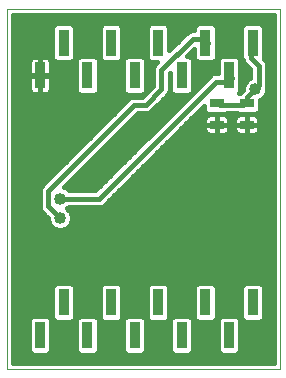
<source format=gtl>
G75*
%MOIN*%
%OFA0B0*%
%FSLAX25Y25*%
%IPPOS*%
%LPD*%
%AMOC8*
5,1,8,0,0,1.08239X$1,22.5*
%
%ADD10C,0.00000*%
%ADD11R,0.04724X0.03150*%
%ADD12R,0.03504X0.09055*%
%ADD13C,0.01600*%
%ADD14C,0.04000*%
D10*
X0128333Y0001800D02*
X0128333Y0121800D01*
X0219333Y0121800D01*
X0219333Y0001800D01*
X0128333Y0001800D01*
D11*
X0198333Y0083257D03*
X0208333Y0083257D03*
X0208333Y0090343D03*
X0198333Y0090343D03*
D12*
X0202388Y0099635D03*
X0186640Y0099635D03*
X0170892Y0099635D03*
X0155144Y0099635D03*
X0139396Y0099635D03*
X0147270Y0110580D03*
X0163018Y0110580D03*
X0178766Y0110580D03*
X0194514Y0110580D03*
X0210262Y0110580D03*
X0210262Y0023965D03*
X0194514Y0023965D03*
X0178766Y0023965D03*
X0163018Y0023965D03*
X0147270Y0023965D03*
X0139396Y0013020D03*
X0155144Y0013020D03*
X0170892Y0013020D03*
X0186640Y0013020D03*
X0202388Y0013020D03*
D13*
X0198636Y0013399D02*
X0190392Y0013399D01*
X0190392Y0014997D02*
X0198636Y0014997D01*
X0198636Y0016596D02*
X0190392Y0016596D01*
X0190392Y0018194D02*
X0191178Y0018194D01*
X0190762Y0018609D02*
X0191934Y0017438D01*
X0197095Y0017438D01*
X0198266Y0018609D01*
X0198266Y0029321D01*
X0197095Y0030493D01*
X0191934Y0030493D01*
X0190762Y0029321D01*
X0190762Y0018609D01*
X0190392Y0018376D02*
X0189221Y0019548D01*
X0184060Y0019548D01*
X0182888Y0018376D01*
X0182888Y0007664D01*
X0184060Y0006493D01*
X0189221Y0006493D01*
X0190392Y0007664D01*
X0190392Y0018376D01*
X0190762Y0019793D02*
X0182518Y0019793D01*
X0182518Y0018609D02*
X0181347Y0017438D01*
X0176186Y0017438D01*
X0175014Y0018609D01*
X0175014Y0029321D01*
X0176186Y0030493D01*
X0181347Y0030493D01*
X0182518Y0029321D01*
X0182518Y0018609D01*
X0182888Y0018194D02*
X0182103Y0018194D01*
X0182888Y0016596D02*
X0174644Y0016596D01*
X0174644Y0018194D02*
X0175430Y0018194D01*
X0174644Y0018376D02*
X0173473Y0019548D01*
X0168312Y0019548D01*
X0167140Y0018376D01*
X0167140Y0007664D01*
X0168312Y0006493D01*
X0173473Y0006493D01*
X0174644Y0007664D01*
X0174644Y0018376D01*
X0175014Y0019793D02*
X0166770Y0019793D01*
X0166770Y0018609D02*
X0165599Y0017438D01*
X0160438Y0017438D01*
X0159266Y0018609D01*
X0159266Y0029321D01*
X0160438Y0030493D01*
X0165599Y0030493D01*
X0166770Y0029321D01*
X0166770Y0018609D01*
X0167140Y0018194D02*
X0166355Y0018194D01*
X0167140Y0016596D02*
X0158896Y0016596D01*
X0158896Y0018194D02*
X0159682Y0018194D01*
X0158896Y0018376D02*
X0157725Y0019548D01*
X0152564Y0019548D01*
X0151392Y0018376D01*
X0151392Y0007664D01*
X0152564Y0006493D01*
X0157725Y0006493D01*
X0158896Y0007664D01*
X0158896Y0018376D01*
X0159266Y0019793D02*
X0151022Y0019793D01*
X0151022Y0018609D02*
X0149851Y0017438D01*
X0144690Y0017438D01*
X0143518Y0018609D01*
X0143518Y0029321D01*
X0144690Y0030493D01*
X0149851Y0030493D01*
X0151022Y0029321D01*
X0151022Y0018609D01*
X0151392Y0018194D02*
X0150607Y0018194D01*
X0151392Y0016596D02*
X0143148Y0016596D01*
X0143148Y0018194D02*
X0143934Y0018194D01*
X0143148Y0018376D02*
X0141977Y0019548D01*
X0136816Y0019548D01*
X0135644Y0018376D01*
X0135644Y0007664D01*
X0136816Y0006493D01*
X0141977Y0006493D01*
X0143148Y0007664D01*
X0143148Y0018376D01*
X0143518Y0019793D02*
X0130333Y0019793D01*
X0130333Y0021391D02*
X0143518Y0021391D01*
X0143518Y0022990D02*
X0130333Y0022990D01*
X0130333Y0024588D02*
X0143518Y0024588D01*
X0143518Y0026187D02*
X0130333Y0026187D01*
X0130333Y0027785D02*
X0143518Y0027785D01*
X0143581Y0029384D02*
X0130333Y0029384D01*
X0130333Y0030982D02*
X0217333Y0030982D01*
X0217333Y0029384D02*
X0213952Y0029384D01*
X0214014Y0029321D02*
X0212843Y0030493D01*
X0207682Y0030493D01*
X0206510Y0029321D01*
X0206510Y0018609D01*
X0207682Y0017438D01*
X0212843Y0017438D01*
X0214014Y0018609D01*
X0214014Y0029321D01*
X0214014Y0027785D02*
X0217333Y0027785D01*
X0217333Y0026187D02*
X0214014Y0026187D01*
X0214014Y0024588D02*
X0217333Y0024588D01*
X0217333Y0022990D02*
X0214014Y0022990D01*
X0214014Y0021391D02*
X0217333Y0021391D01*
X0217333Y0019793D02*
X0214014Y0019793D01*
X0213599Y0018194D02*
X0217333Y0018194D01*
X0217333Y0016596D02*
X0206140Y0016596D01*
X0206140Y0018194D02*
X0206926Y0018194D01*
X0206140Y0018376D02*
X0204969Y0019548D01*
X0199808Y0019548D01*
X0198636Y0018376D01*
X0198636Y0007664D01*
X0199808Y0006493D01*
X0204969Y0006493D01*
X0206140Y0007664D01*
X0206140Y0018376D01*
X0206510Y0019793D02*
X0198266Y0019793D01*
X0198266Y0021391D02*
X0206510Y0021391D01*
X0206510Y0022990D02*
X0198266Y0022990D01*
X0198266Y0024588D02*
X0206510Y0024588D01*
X0206510Y0026187D02*
X0198266Y0026187D01*
X0198266Y0027785D02*
X0206510Y0027785D01*
X0206573Y0029384D02*
X0198204Y0029384D01*
X0190825Y0029384D02*
X0182456Y0029384D01*
X0182518Y0027785D02*
X0190762Y0027785D01*
X0190762Y0026187D02*
X0182518Y0026187D01*
X0182518Y0024588D02*
X0190762Y0024588D01*
X0190762Y0022990D02*
X0182518Y0022990D01*
X0182518Y0021391D02*
X0190762Y0021391D01*
X0197851Y0018194D02*
X0198636Y0018194D01*
X0206140Y0014997D02*
X0217333Y0014997D01*
X0217333Y0013399D02*
X0206140Y0013399D01*
X0206140Y0011800D02*
X0217333Y0011800D01*
X0217333Y0010201D02*
X0206140Y0010201D01*
X0206140Y0008603D02*
X0217333Y0008603D01*
X0217333Y0007004D02*
X0205480Y0007004D01*
X0199296Y0007004D02*
X0189732Y0007004D01*
X0190392Y0008603D02*
X0198636Y0008603D01*
X0198636Y0010201D02*
X0190392Y0010201D01*
X0190392Y0011800D02*
X0198636Y0011800D01*
X0182888Y0011800D02*
X0174644Y0011800D01*
X0174644Y0010201D02*
X0182888Y0010201D01*
X0182888Y0008603D02*
X0174644Y0008603D01*
X0173984Y0007004D02*
X0183548Y0007004D01*
X0182888Y0013399D02*
X0174644Y0013399D01*
X0174644Y0014997D02*
X0182888Y0014997D01*
X0175014Y0021391D02*
X0166770Y0021391D01*
X0166770Y0022990D02*
X0175014Y0022990D01*
X0175014Y0024588D02*
X0166770Y0024588D01*
X0166770Y0026187D02*
X0175014Y0026187D01*
X0175014Y0027785D02*
X0166770Y0027785D01*
X0166708Y0029384D02*
X0175077Y0029384D01*
X0159329Y0029384D02*
X0150960Y0029384D01*
X0151022Y0027785D02*
X0159266Y0027785D01*
X0159266Y0026187D02*
X0151022Y0026187D01*
X0151022Y0024588D02*
X0159266Y0024588D01*
X0159266Y0022990D02*
X0151022Y0022990D01*
X0151022Y0021391D02*
X0159266Y0021391D01*
X0158896Y0014997D02*
X0167140Y0014997D01*
X0167140Y0013399D02*
X0158896Y0013399D01*
X0158896Y0011800D02*
X0167140Y0011800D01*
X0167140Y0010201D02*
X0158896Y0010201D01*
X0158896Y0008603D02*
X0167140Y0008603D01*
X0167800Y0007004D02*
X0158236Y0007004D01*
X0152052Y0007004D02*
X0142488Y0007004D01*
X0143148Y0008603D02*
X0151392Y0008603D01*
X0151392Y0010201D02*
X0143148Y0010201D01*
X0143148Y0011800D02*
X0151392Y0011800D01*
X0151392Y0013399D02*
X0143148Y0013399D01*
X0143148Y0014997D02*
X0151392Y0014997D01*
X0135644Y0014997D02*
X0130333Y0014997D01*
X0130333Y0013399D02*
X0135644Y0013399D01*
X0135644Y0011800D02*
X0130333Y0011800D01*
X0130333Y0010201D02*
X0135644Y0010201D01*
X0135644Y0008603D02*
X0130333Y0008603D01*
X0130333Y0007004D02*
X0136304Y0007004D01*
X0130333Y0005406D02*
X0217333Y0005406D01*
X0217333Y0003807D02*
X0130333Y0003807D01*
X0130333Y0003800D02*
X0130333Y0119800D01*
X0217333Y0119800D01*
X0217333Y0003800D01*
X0130333Y0003800D01*
X0130333Y0016596D02*
X0135644Y0016596D01*
X0135644Y0018194D02*
X0130333Y0018194D01*
X0130333Y0032581D02*
X0217333Y0032581D01*
X0217333Y0034179D02*
X0130333Y0034179D01*
X0130333Y0035778D02*
X0217333Y0035778D01*
X0217333Y0037376D02*
X0130333Y0037376D01*
X0130333Y0038975D02*
X0217333Y0038975D01*
X0217333Y0040573D02*
X0130333Y0040573D01*
X0130333Y0042172D02*
X0217333Y0042172D01*
X0217333Y0043770D02*
X0130333Y0043770D01*
X0130333Y0045369D02*
X0217333Y0045369D01*
X0217333Y0046967D02*
X0130333Y0046967D01*
X0130333Y0048566D02*
X0144113Y0048566D01*
X0143768Y0048709D02*
X0145238Y0048100D01*
X0146829Y0048100D01*
X0148299Y0048709D01*
X0149424Y0049834D01*
X0150033Y0051304D01*
X0150033Y0052896D01*
X0149424Y0054366D01*
X0148440Y0055350D01*
X0148890Y0055800D01*
X0159590Y0055800D01*
X0160619Y0056226D01*
X0193971Y0089578D01*
X0193971Y0087940D01*
X0195143Y0086769D01*
X0201524Y0086769D01*
X0201755Y0087000D01*
X0204911Y0087000D01*
X0205143Y0086769D01*
X0211524Y0086769D01*
X0212696Y0087940D01*
X0212696Y0091359D01*
X0213299Y0091609D01*
X0214424Y0092734D01*
X0215033Y0094204D01*
X0215033Y0095502D01*
X0215133Y0095743D01*
X0215133Y0103357D01*
X0214707Y0104386D01*
X0213942Y0105151D01*
X0214014Y0105224D01*
X0214014Y0115936D01*
X0212843Y0117107D01*
X0207682Y0117107D01*
X0206510Y0115936D01*
X0206510Y0105224D01*
X0206963Y0104771D01*
X0207360Y0103814D01*
X0208147Y0103026D01*
X0209533Y0101640D01*
X0209533Y0098708D01*
X0208768Y0098391D01*
X0207642Y0097266D01*
X0207033Y0095796D01*
X0207033Y0094960D01*
X0206060Y0093986D01*
X0206031Y0093918D01*
X0205780Y0093918D01*
X0206140Y0094279D01*
X0206140Y0104991D01*
X0204969Y0106162D01*
X0199808Y0106162D01*
X0198636Y0104991D01*
X0198636Y0100400D01*
X0197476Y0100400D01*
X0196447Y0099974D01*
X0195660Y0099186D01*
X0157874Y0061400D01*
X0148890Y0061400D01*
X0148299Y0061991D01*
X0147299Y0062405D01*
X0171893Y0087000D01*
X0175190Y0087000D01*
X0176219Y0087426D01*
X0181419Y0092626D01*
X0182207Y0093414D01*
X0182633Y0094443D01*
X0182633Y0100340D01*
X0182888Y0100595D01*
X0182888Y0094279D01*
X0184060Y0093107D01*
X0189221Y0093107D01*
X0190392Y0094279D01*
X0190392Y0104991D01*
X0189221Y0106162D01*
X0188455Y0106162D01*
X0190762Y0108469D01*
X0190762Y0105224D01*
X0191934Y0104052D01*
X0197095Y0104052D01*
X0198266Y0105224D01*
X0198266Y0115936D01*
X0197095Y0117107D01*
X0191934Y0117107D01*
X0190762Y0115936D01*
X0190762Y0114700D01*
X0189676Y0114700D01*
X0188647Y0114274D01*
X0187860Y0113486D01*
X0182518Y0108145D01*
X0182518Y0115936D01*
X0181347Y0117107D01*
X0176186Y0117107D01*
X0175014Y0115936D01*
X0175014Y0105224D01*
X0176186Y0104052D01*
X0178426Y0104052D01*
X0177460Y0103086D01*
X0177033Y0102057D01*
X0177033Y0096160D01*
X0173474Y0092600D01*
X0170176Y0092600D01*
X0169147Y0092174D01*
X0168360Y0091386D01*
X0139760Y0062786D01*
X0139333Y0061757D01*
X0139333Y0055443D01*
X0139760Y0054414D01*
X0140547Y0053626D01*
X0142033Y0052140D01*
X0142033Y0051304D01*
X0142642Y0049834D01*
X0143768Y0048709D01*
X0142506Y0050164D02*
X0130333Y0050164D01*
X0130333Y0051763D02*
X0142033Y0051763D01*
X0140812Y0053361D02*
X0130333Y0053361D01*
X0130333Y0054960D02*
X0139533Y0054960D01*
X0139333Y0056558D02*
X0130333Y0056558D01*
X0130333Y0058157D02*
X0139333Y0058157D01*
X0139333Y0059755D02*
X0130333Y0059755D01*
X0130333Y0061354D02*
X0139333Y0061354D01*
X0139926Y0062952D02*
X0130333Y0062952D01*
X0130333Y0064551D02*
X0141524Y0064551D01*
X0143123Y0066149D02*
X0130333Y0066149D01*
X0130333Y0067748D02*
X0144721Y0067748D01*
X0146320Y0069346D02*
X0130333Y0069346D01*
X0130333Y0070945D02*
X0147918Y0070945D01*
X0149517Y0072543D02*
X0130333Y0072543D01*
X0130333Y0074142D02*
X0151115Y0074142D01*
X0152714Y0075740D02*
X0130333Y0075740D01*
X0130333Y0077339D02*
X0154313Y0077339D01*
X0155911Y0078937D02*
X0130333Y0078937D01*
X0130333Y0080536D02*
X0157510Y0080536D01*
X0159108Y0082134D02*
X0130333Y0082134D01*
X0130333Y0083733D02*
X0160707Y0083733D01*
X0162305Y0085332D02*
X0130333Y0085332D01*
X0130333Y0086930D02*
X0163904Y0086930D01*
X0165502Y0088529D02*
X0130333Y0088529D01*
X0130333Y0090127D02*
X0167101Y0090127D01*
X0168699Y0091726D02*
X0130333Y0091726D01*
X0130333Y0093324D02*
X0137344Y0093324D01*
X0137407Y0093307D02*
X0139320Y0093307D01*
X0139320Y0099559D01*
X0135844Y0099559D01*
X0135844Y0094870D01*
X0135967Y0094412D01*
X0136204Y0094002D01*
X0136539Y0093667D01*
X0136950Y0093430D01*
X0137407Y0093307D01*
X0139320Y0093324D02*
X0139472Y0093324D01*
X0139472Y0093307D02*
X0141385Y0093307D01*
X0141843Y0093430D01*
X0142254Y0093667D01*
X0142589Y0094002D01*
X0142826Y0094412D01*
X0142948Y0094870D01*
X0142948Y0099559D01*
X0139472Y0099559D01*
X0139472Y0099711D01*
X0139320Y0099711D01*
X0139320Y0105962D01*
X0137407Y0105962D01*
X0136950Y0105840D01*
X0136539Y0105603D01*
X0136204Y0105267D01*
X0135967Y0104857D01*
X0135844Y0104399D01*
X0135844Y0099711D01*
X0139320Y0099711D01*
X0139320Y0099559D01*
X0139472Y0099559D01*
X0139472Y0093307D01*
X0139472Y0094923D02*
X0139320Y0094923D01*
X0139320Y0096521D02*
X0139472Y0096521D01*
X0139472Y0098120D02*
X0139320Y0098120D01*
X0139472Y0099711D02*
X0142948Y0099711D01*
X0142948Y0104399D01*
X0142826Y0104857D01*
X0142589Y0105267D01*
X0142254Y0105603D01*
X0141843Y0105840D01*
X0141385Y0105962D01*
X0139472Y0105962D01*
X0139472Y0099711D01*
X0139472Y0099718D02*
X0139320Y0099718D01*
X0139320Y0101317D02*
X0139472Y0101317D01*
X0139472Y0102915D02*
X0139320Y0102915D01*
X0139320Y0104514D02*
X0139472Y0104514D01*
X0142918Y0104514D02*
X0144228Y0104514D01*
X0144690Y0104052D02*
X0149851Y0104052D01*
X0151022Y0105224D01*
X0151022Y0115936D01*
X0149851Y0117107D01*
X0144690Y0117107D01*
X0143518Y0115936D01*
X0143518Y0105224D01*
X0144690Y0104052D01*
X0142948Y0102915D02*
X0151392Y0102915D01*
X0151392Y0101317D02*
X0142948Y0101317D01*
X0142948Y0099718D02*
X0151392Y0099718D01*
X0151392Y0098120D02*
X0142948Y0098120D01*
X0142948Y0096521D02*
X0151392Y0096521D01*
X0151392Y0094923D02*
X0142948Y0094923D01*
X0141449Y0093324D02*
X0152347Y0093324D01*
X0152564Y0093107D02*
X0157725Y0093107D01*
X0158896Y0094279D01*
X0158896Y0104991D01*
X0157725Y0106162D01*
X0152564Y0106162D01*
X0151392Y0104991D01*
X0151392Y0094279D01*
X0152564Y0093107D01*
X0157942Y0093324D02*
X0168095Y0093324D01*
X0168312Y0093107D02*
X0173473Y0093107D01*
X0174644Y0094279D01*
X0174644Y0104991D01*
X0173473Y0106162D01*
X0168312Y0106162D01*
X0167140Y0104991D01*
X0167140Y0094279D01*
X0168312Y0093107D01*
X0167140Y0094923D02*
X0158896Y0094923D01*
X0158896Y0096521D02*
X0167140Y0096521D01*
X0167140Y0098120D02*
X0158896Y0098120D01*
X0158896Y0099718D02*
X0167140Y0099718D01*
X0167140Y0101317D02*
X0158896Y0101317D01*
X0158896Y0102915D02*
X0167140Y0102915D01*
X0167140Y0104514D02*
X0166060Y0104514D01*
X0165599Y0104052D02*
X0166770Y0105224D01*
X0166770Y0115936D01*
X0165599Y0117107D01*
X0160438Y0117107D01*
X0159266Y0115936D01*
X0159266Y0105224D01*
X0160438Y0104052D01*
X0165599Y0104052D01*
X0166770Y0106112D02*
X0168262Y0106112D01*
X0166770Y0107711D02*
X0175014Y0107711D01*
X0175014Y0109309D02*
X0166770Y0109309D01*
X0166770Y0110908D02*
X0175014Y0110908D01*
X0175014Y0112506D02*
X0166770Y0112506D01*
X0166770Y0114105D02*
X0175014Y0114105D01*
X0175014Y0115703D02*
X0166770Y0115703D01*
X0159266Y0115703D02*
X0151022Y0115703D01*
X0151022Y0114105D02*
X0159266Y0114105D01*
X0159266Y0112506D02*
X0151022Y0112506D01*
X0151022Y0110908D02*
X0159266Y0110908D01*
X0159266Y0109309D02*
X0151022Y0109309D01*
X0151022Y0107711D02*
X0159266Y0107711D01*
X0159266Y0106112D02*
X0157775Y0106112D01*
X0158896Y0104514D02*
X0159976Y0104514D01*
X0152514Y0106112D02*
X0151022Y0106112D01*
X0151392Y0104514D02*
X0150312Y0104514D01*
X0143518Y0106112D02*
X0130333Y0106112D01*
X0130333Y0104514D02*
X0135875Y0104514D01*
X0135844Y0102915D02*
X0130333Y0102915D01*
X0130333Y0101317D02*
X0135844Y0101317D01*
X0135844Y0099718D02*
X0130333Y0099718D01*
X0130333Y0098120D02*
X0135844Y0098120D01*
X0135844Y0096521D02*
X0130333Y0096521D01*
X0130333Y0094923D02*
X0135844Y0094923D01*
X0130333Y0107711D02*
X0143518Y0107711D01*
X0143518Y0109309D02*
X0130333Y0109309D01*
X0130333Y0110908D02*
X0143518Y0110908D01*
X0143518Y0112506D02*
X0130333Y0112506D01*
X0130333Y0114105D02*
X0143518Y0114105D01*
X0143518Y0115703D02*
X0130333Y0115703D01*
X0130333Y0117302D02*
X0217333Y0117302D01*
X0217333Y0118900D02*
X0130333Y0118900D01*
X0173523Y0106112D02*
X0175014Y0106112D01*
X0174644Y0104514D02*
X0175724Y0104514D01*
X0174644Y0102915D02*
X0177389Y0102915D01*
X0177033Y0101317D02*
X0174644Y0101317D01*
X0174644Y0099718D02*
X0177033Y0099718D01*
X0177033Y0098120D02*
X0174644Y0098120D01*
X0174644Y0096521D02*
X0177033Y0096521D01*
X0175796Y0094923D02*
X0174644Y0094923D01*
X0174198Y0093324D02*
X0173690Y0093324D01*
X0174633Y0089800D02*
X0170733Y0089800D01*
X0142133Y0061200D01*
X0142133Y0056000D01*
X0146033Y0052100D01*
X0149840Y0053361D02*
X0217333Y0053361D01*
X0217333Y0051763D02*
X0150033Y0051763D01*
X0149561Y0050164D02*
X0217333Y0050164D01*
X0217333Y0048566D02*
X0147953Y0048566D01*
X0148830Y0054960D02*
X0217333Y0054960D01*
X0217333Y0056558D02*
X0160951Y0056558D01*
X0162550Y0058157D02*
X0217333Y0058157D01*
X0217333Y0059755D02*
X0164148Y0059755D01*
X0165747Y0061354D02*
X0217333Y0061354D01*
X0217333Y0062952D02*
X0167345Y0062952D01*
X0168944Y0064551D02*
X0217333Y0064551D01*
X0217333Y0066149D02*
X0170542Y0066149D01*
X0172141Y0067748D02*
X0217333Y0067748D01*
X0217333Y0069346D02*
X0173740Y0069346D01*
X0175338Y0070945D02*
X0217333Y0070945D01*
X0217333Y0072543D02*
X0176937Y0072543D01*
X0178535Y0074142D02*
X0217333Y0074142D01*
X0217333Y0075740D02*
X0180134Y0075740D01*
X0181732Y0077339D02*
X0217333Y0077339D01*
X0217333Y0078937D02*
X0183331Y0078937D01*
X0184929Y0080536D02*
X0194571Y0080536D01*
X0194531Y0080577D02*
X0194866Y0080242D01*
X0195276Y0080005D01*
X0195734Y0079882D01*
X0198333Y0079882D01*
X0198333Y0083257D01*
X0198333Y0086631D01*
X0195734Y0086631D01*
X0195276Y0086509D01*
X0194866Y0086272D01*
X0194531Y0085937D01*
X0194294Y0085526D01*
X0194171Y0085068D01*
X0194171Y0083257D01*
X0198333Y0083257D01*
X0198333Y0083257D01*
X0198333Y0083257D01*
X0194171Y0083257D01*
X0194171Y0081445D01*
X0194294Y0080987D01*
X0194531Y0080577D01*
X0194171Y0082134D02*
X0186528Y0082134D01*
X0188126Y0083733D02*
X0194171Y0083733D01*
X0194242Y0085332D02*
X0189725Y0085332D01*
X0191323Y0086930D02*
X0194981Y0086930D01*
X0193971Y0088529D02*
X0192922Y0088529D01*
X0198333Y0090343D02*
X0199333Y0089800D01*
X0207133Y0089800D01*
X0208333Y0090343D01*
X0208433Y0091100D01*
X0208433Y0092400D01*
X0211033Y0095000D01*
X0212333Y0096300D01*
X0212333Y0102800D01*
X0209733Y0105400D01*
X0209733Y0109300D01*
X0210262Y0110580D01*
X0206510Y0110908D02*
X0198266Y0110908D01*
X0198266Y0112506D02*
X0206510Y0112506D01*
X0206510Y0114105D02*
X0198266Y0114105D01*
X0198266Y0115703D02*
X0206510Y0115703D01*
X0214014Y0115703D02*
X0217333Y0115703D01*
X0217333Y0114105D02*
X0214014Y0114105D01*
X0214014Y0112506D02*
X0217333Y0112506D01*
X0217333Y0110908D02*
X0214014Y0110908D01*
X0214014Y0109309D02*
X0217333Y0109309D01*
X0217333Y0107711D02*
X0214014Y0107711D01*
X0214014Y0106112D02*
X0217333Y0106112D01*
X0217333Y0104514D02*
X0214579Y0104514D01*
X0215133Y0102915D02*
X0217333Y0102915D01*
X0217333Y0101317D02*
X0215133Y0101317D01*
X0215133Y0099718D02*
X0217333Y0099718D01*
X0217333Y0098120D02*
X0215133Y0098120D01*
X0215133Y0096521D02*
X0217333Y0096521D01*
X0217333Y0094923D02*
X0215033Y0094923D01*
X0214669Y0093324D02*
X0217333Y0093324D01*
X0217333Y0091726D02*
X0213416Y0091726D01*
X0212696Y0090127D02*
X0217333Y0090127D01*
X0217333Y0088529D02*
X0212696Y0088529D01*
X0211685Y0086930D02*
X0217333Y0086930D01*
X0217333Y0085332D02*
X0212425Y0085332D01*
X0212373Y0085526D02*
X0212136Y0085937D01*
X0211801Y0086272D01*
X0211390Y0086509D01*
X0210933Y0086631D01*
X0208333Y0086631D01*
X0205734Y0086631D01*
X0205276Y0086509D01*
X0204866Y0086272D01*
X0204531Y0085937D01*
X0204294Y0085526D01*
X0204171Y0085068D01*
X0204171Y0083257D01*
X0208333Y0083257D01*
X0208333Y0086631D01*
X0208333Y0083257D01*
X0208333Y0083257D01*
X0208333Y0083257D01*
X0204171Y0083257D01*
X0204171Y0081445D01*
X0204294Y0080987D01*
X0204531Y0080577D01*
X0204866Y0080242D01*
X0205276Y0080005D01*
X0205734Y0079882D01*
X0208333Y0079882D01*
X0208333Y0083257D01*
X0208333Y0083257D01*
X0212496Y0083257D01*
X0212496Y0085068D01*
X0212373Y0085526D01*
X0212496Y0083733D02*
X0217333Y0083733D01*
X0217333Y0082134D02*
X0212496Y0082134D01*
X0212496Y0081445D02*
X0212496Y0083257D01*
X0208333Y0083257D01*
X0208333Y0083257D01*
X0208333Y0079882D01*
X0210933Y0079882D01*
X0211390Y0080005D01*
X0211801Y0080242D01*
X0212136Y0080577D01*
X0212373Y0080987D01*
X0212496Y0081445D01*
X0212095Y0080536D02*
X0217333Y0080536D01*
X0208333Y0080536D02*
X0208333Y0080536D01*
X0208333Y0082134D02*
X0208333Y0082134D01*
X0208333Y0083733D02*
X0208333Y0083733D01*
X0208333Y0085332D02*
X0208333Y0085332D01*
X0204981Y0086930D02*
X0201685Y0086930D01*
X0201390Y0086509D02*
X0200933Y0086631D01*
X0198333Y0086631D01*
X0198333Y0083257D01*
X0198333Y0083257D01*
X0202496Y0083257D01*
X0202496Y0085068D01*
X0202373Y0085526D01*
X0202136Y0085937D01*
X0201801Y0086272D01*
X0201390Y0086509D01*
X0202425Y0085332D02*
X0204242Y0085332D01*
X0204171Y0083733D02*
X0202496Y0083733D01*
X0202496Y0083257D02*
X0202496Y0081445D01*
X0202373Y0080987D01*
X0202136Y0080577D01*
X0201801Y0080242D01*
X0201390Y0080005D01*
X0200933Y0079882D01*
X0198333Y0079882D01*
X0198333Y0083257D01*
X0198333Y0083257D01*
X0202496Y0083257D01*
X0202496Y0082134D02*
X0204171Y0082134D01*
X0204571Y0080536D02*
X0202095Y0080536D01*
X0198333Y0080536D02*
X0198333Y0080536D01*
X0198333Y0082134D02*
X0198333Y0082134D01*
X0198333Y0083733D02*
X0198333Y0083733D01*
X0198333Y0085332D02*
X0198333Y0085332D01*
X0186601Y0090127D02*
X0178920Y0090127D01*
X0177322Y0088529D02*
X0185002Y0088529D01*
X0183404Y0086930D02*
X0171823Y0086930D01*
X0170225Y0085332D02*
X0181805Y0085332D01*
X0180207Y0083733D02*
X0168626Y0083733D01*
X0167028Y0082134D02*
X0178608Y0082134D01*
X0177010Y0080536D02*
X0165429Y0080536D01*
X0163831Y0078937D02*
X0175411Y0078937D01*
X0173812Y0077339D02*
X0162232Y0077339D01*
X0160634Y0075740D02*
X0172214Y0075740D01*
X0170615Y0074142D02*
X0159035Y0074142D01*
X0157437Y0072543D02*
X0169017Y0072543D01*
X0167418Y0070945D02*
X0155838Y0070945D01*
X0154240Y0069346D02*
X0165820Y0069346D01*
X0164221Y0067748D02*
X0152641Y0067748D01*
X0151043Y0066149D02*
X0162623Y0066149D01*
X0161024Y0064551D02*
X0149444Y0064551D01*
X0147845Y0062952D02*
X0159426Y0062952D01*
X0159033Y0058600D02*
X0198033Y0097600D01*
X0201933Y0097600D01*
X0203233Y0098900D01*
X0202388Y0099635D01*
X0206140Y0099718D02*
X0209533Y0099718D01*
X0209533Y0101317D02*
X0206140Y0101317D01*
X0206140Y0102915D02*
X0208258Y0102915D01*
X0207070Y0104514D02*
X0206140Y0104514D01*
X0206510Y0106112D02*
X0205019Y0106112D01*
X0206510Y0107711D02*
X0198266Y0107711D01*
X0198266Y0109309D02*
X0206510Y0109309D01*
X0199758Y0106112D02*
X0198266Y0106112D01*
X0198636Y0104514D02*
X0197557Y0104514D01*
X0198636Y0102915D02*
X0190392Y0102915D01*
X0190392Y0101317D02*
X0198636Y0101317D01*
X0196192Y0099718D02*
X0190392Y0099718D01*
X0190392Y0098120D02*
X0194593Y0098120D01*
X0192995Y0096521D02*
X0190392Y0096521D01*
X0190392Y0094923D02*
X0191396Y0094923D01*
X0189798Y0093324D02*
X0189438Y0093324D01*
X0188199Y0091726D02*
X0180519Y0091726D01*
X0182117Y0093324D02*
X0183843Y0093324D01*
X0182888Y0094923D02*
X0182633Y0094923D01*
X0182633Y0096521D02*
X0182888Y0096521D01*
X0182888Y0098120D02*
X0182633Y0098120D01*
X0182633Y0099718D02*
X0182888Y0099718D01*
X0179833Y0101500D02*
X0190233Y0111900D01*
X0194133Y0111900D01*
X0195433Y0110600D01*
X0194514Y0110580D01*
X0190762Y0107711D02*
X0190004Y0107711D01*
X0189271Y0106112D02*
X0190762Y0106112D01*
X0190392Y0104514D02*
X0191472Y0104514D01*
X0183683Y0109309D02*
X0182518Y0109309D01*
X0182518Y0110908D02*
X0185281Y0110908D01*
X0186880Y0112506D02*
X0182518Y0112506D01*
X0182518Y0114105D02*
X0188478Y0114105D01*
X0190762Y0115703D02*
X0182518Y0115703D01*
X0179833Y0101500D02*
X0179833Y0095000D01*
X0174633Y0089800D01*
X0206140Y0094923D02*
X0206996Y0094923D01*
X0207334Y0096521D02*
X0206140Y0096521D01*
X0206140Y0098120D02*
X0208496Y0098120D01*
X0159033Y0058600D02*
X0146033Y0058600D01*
D14*
X0146033Y0058600D03*
X0146033Y0052100D03*
X0146033Y0043000D03*
X0211033Y0095000D03*
M02*

</source>
